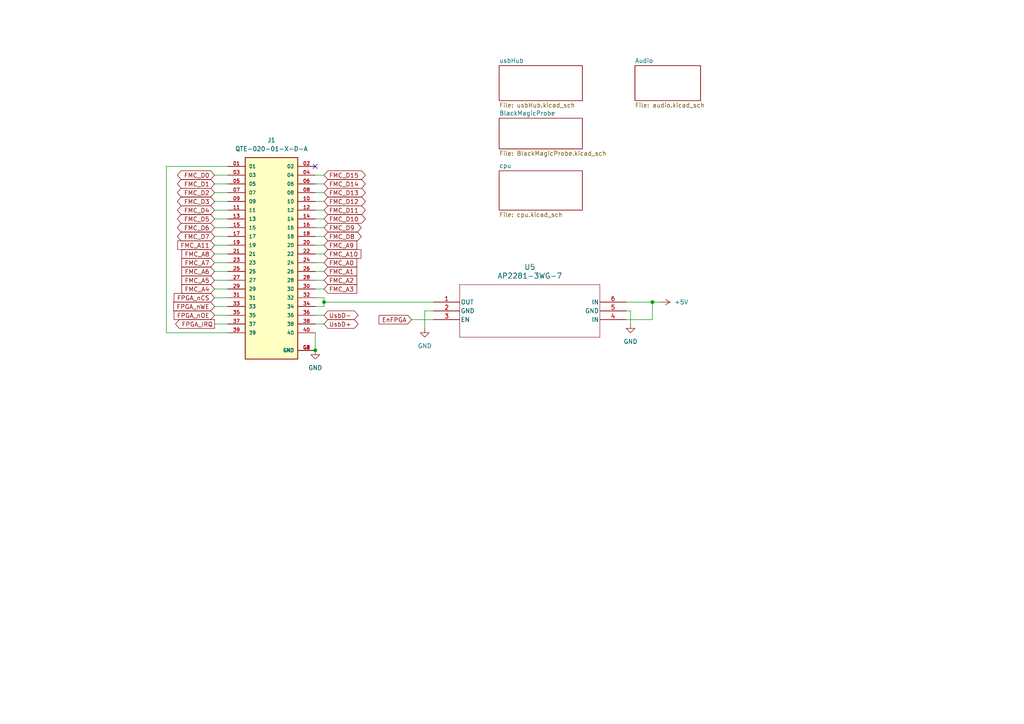
<source format=kicad_sch>
(kicad_sch (version 20230121) (generator eeschema)
  (paper "A4")
  (lib_symbols
    (symbol "cpuAddOn:AP2281-3WG-7" (pin_names (offset 0.254))
      (property "Reference" "U" (at 27.94 10.16 0))
      (property "Value" "AP2281-3WG-7" (at 27.94 7.62 0))
      (symbol "AP2281-3WG-7_0_1"
        (polyline (pts (xy 7.62 -10.16) (xy 48.26 -10.16)) (stroke (width 0.127)))
        (polyline (pts (xy 7.62 5.08) (xy 7.62 -10.16)) (stroke (width 0.127)))
        (polyline (pts (xy 48.26 -10.16) (xy 48.26 5.08)) (stroke (width 0.127)))
        (polyline (pts (xy 48.26 5.08) (xy 7.62 5.08)) (stroke (width 0.127)))
        (pin output line (at 0 0 0) (length 7.62) (name "OUT") (number "1"))
        (pin power_in line (at 0 -2.54 0) (length 7.62) (name "GND") (number "2"))
        (pin input line (at 0 -5.08 0) (length 7.62) (name "EN") (number "3"))
        (pin input line (at 55.88 -5.08 180) (length 7.62) (name "IN") (number "4"))
        (pin power_in line (at 55.88 -2.54 180) (length 7.62) (name "GND") (number "5"))
        (pin input line (at 55.88 0 180) (length 7.62) (name "IN") (number "6"))
      )
    )
    (symbol "cpuAddOn:QTE-020-01-X-D-A" (pin_names (offset 1.016))
      (property "Reference" "J" (at -7.62 28.702 0))
      (property "Value" "QTE-020-01-X-D-A" (at -7.62 -31.242 0))
      (symbol "QTE-020-01-X-D-A_0_0"
        (rectangle (start -7.62 -30.48) (end 7.62 27.94) (stroke (width 0.254)) (fill (type background)))
        (pin passive line (at -12.7 25.4 0) (length 5.08) (name "01") (number "01"))
        (pin passive line (at 12.7 25.4 180) (length 5.08) (name "02") (number "02"))
        (pin passive line (at -12.7 22.86 0) (length 5.08) (name "03") (number "03"))
        (pin passive line (at 12.7 22.86 180) (length 5.08) (name "04") (number "04"))
        (pin passive line (at -12.7 20.32 0) (length 5.08) (name "05") (number "05"))
        (pin passive line (at 12.7 20.32 180) (length 5.08) (name "06") (number "06"))
        (pin passive line (at -12.7 17.78 0) (length 5.08) (name "07") (number "07"))
        (pin passive line (at 12.7 17.78 180) (length 5.08) (name "08") (number "08"))
        (pin passive line (at -12.7 15.24 0) (length 5.08) (name "09") (number "09"))
        (pin passive line (at 12.7 15.24 180) (length 5.08) (name "10") (number "10"))
        (pin passive line (at -12.7 12.7 0) (length 5.08) (name "11") (number "11"))
        (pin passive line (at 12.7 12.7 180) (length 5.08) (name "12") (number "12"))
        (pin passive line (at -12.7 10.16 0) (length 5.08) (name "13") (number "13"))
        (pin passive line (at 12.7 10.16 180) (length 5.08) (name "14") (number "14"))
        (pin passive line (at -12.7 7.62 0) (length 5.08) (name "15") (number "15"))
        (pin passive line (at 12.7 7.62 180) (length 5.08) (name "16") (number "16"))
        (pin passive line (at -12.7 5.08 0) (length 5.08) (name "17") (number "17"))
        (pin passive line (at 12.7 5.08 180) (length 5.08) (name "18") (number "18"))
        (pin passive line (at -12.7 2.54 0) (length 5.08) (name "19") (number "19"))
        (pin passive line (at 12.7 2.54 180) (length 5.08) (name "20") (number "20"))
        (pin passive line (at -12.7 0 0) (length 5.08) (name "21") (number "21"))
        (pin passive line (at 12.7 0 180) (length 5.08) (name "22") (number "22"))
        (pin passive line (at -12.7 -2.54 0) (length 5.08) (name "23") (number "23"))
        (pin passive line (at 12.7 -2.54 180) (length 5.08) (name "24") (number "24"))
        (pin passive line (at -12.7 -5.08 0) (length 5.08) (name "25") (number "25"))
        (pin passive line (at 12.7 -5.08 180) (length 5.08) (name "26") (number "26"))
        (pin passive line (at -12.7 -7.62 0) (length 5.08) (name "27") (number "27"))
        (pin passive line (at 12.7 -7.62 180) (length 5.08) (name "28") (number "28"))
        (pin passive line (at -12.7 -10.16 0) (length 5.08) (name "29") (number "29"))
        (pin passive line (at 12.7 -10.16 180) (length 5.08) (name "30") (number "30"))
        (pin passive line (at -12.7 -12.7 0) (length 5.08) (name "31") (number "31"))
        (pin passive line (at 12.7 -12.7 180) (length 5.08) (name "32") (number "32"))
        (pin passive line (at -12.7 -15.24 0) (length 5.08) (name "33") (number "33"))
        (pin passive line (at 12.7 -15.24 180) (length 5.08) (name "34") (number "34"))
        (pin passive line (at -12.7 -17.78 0) (length 5.08) (name "35") (number "35"))
        (pin passive line (at 12.7 -17.78 180) (length 5.08) (name "36") (number "36"))
        (pin passive line (at -12.7 -20.32 0) (length 5.08) (name "37") (number "37"))
        (pin passive line (at 12.7 -20.32 180) (length 5.08) (name "38") (number "38"))
        (pin passive line (at -12.7 -22.86 0) (length 5.08) (name "39") (number "39"))
        (pin passive line (at 12.7 -22.86 180) (length 5.08) (name "40") (number "40"))
        (pin power_in line (at 12.7 -27.94 180) (length 5.08) (name "GND") (number "G1"))
        (pin power_in line (at 12.7 -27.94 180) (length 5.08) (name "GND") (number "G2"))
        (pin power_in line (at 12.7 -27.94 180) (length 5.08) (name "GND") (number "G3"))
        (pin power_in line (at 12.7 -27.94 180) (length 5.08) (name "GND") (number "G4"))
      )
    )
    (symbol "power:+5V" (power) (pin_names (offset 0))
      (property "Value" "+5V" (at 0 3.556 0))
      (symbol "+5V_0_1"
        (polyline (pts (xy -0.762 1.27) (xy 0 2.54)))
        (polyline (pts (xy 0 0) (xy 0 2.54)))
        (polyline (pts (xy 0 2.54) (xy 0.762 1.27)))
      )
      (symbol "+5V_1_1"
        (pin power_in line (at 0 0 90) (length 0) hide (name "+5V") (number "1"))
      )
    )
    (symbol "power:GND" (power) (pin_names (offset 0))
      (property "Value" "GND" (at 0 -3.81 0))
      (symbol "GND_0_1"
        (polyline (pts (xy 0 0) (xy 0 -1.27) (xy 1.27 -1.27) (xy 0 -2.54) (xy -1.27 -1.27) (xy 0 -1.27)))
      )
      (symbol "GND_1_1"
        (pin power_in line (at 0 0 270) (length 0) hide (name "GND") (number "1"))
      )
    )
  )
  (junction (at 93.98 87.63))
  (junction (at 91.44 101.6))
  (junction (at 189.23 87.63))
  (no_connect (at 91.44 48.26))
  (wire (pts (xy 62.23 88.9) (xy 66.04 88.9)))
  (wire (pts (xy 119.38 92.71) (xy 125.73 92.71)))
  (wire (pts (xy 189.23 92.71) (xy 189.23 87.63)))
  (wire (pts (xy 48.26 48.26) (xy 48.26 96.52)))
  (wire (pts (xy 62.23 81.28) (xy 66.04 81.28)))
  (wire (pts (xy 62.23 60.96) (xy 66.04 60.96)))
  (wire (pts (xy 91.44 76.2) (xy 93.98 76.2)))
  (wire (pts (xy 91.44 86.36) (xy 93.98 86.36)))
  (wire (pts (xy 181.61 90.17) (xy 182.88 90.17)))
  (wire (pts (xy 62.23 86.36) (xy 66.04 86.36)))
  (wire (pts (xy 66.04 48.26) (xy 48.26 48.26)))
  (wire (pts (xy 91.44 93.98) (xy 93.98 93.98)))
  (wire (pts (xy 91.44 63.5) (xy 93.98 63.5)))
  (wire (pts (xy 62.23 73.66) (xy 66.04 73.66)))
  (wire (pts (xy 62.23 50.8) (xy 66.04 50.8)))
  (wire (pts (xy 91.44 96.52) (xy 91.44 101.6)))
  (wire (pts (xy 62.23 71.12) (xy 66.04 71.12)))
  (wire (pts (xy 91.44 58.42) (xy 93.98 58.42)))
  (wire (pts (xy 62.23 93.98) (xy 66.04 93.98)))
  (wire (pts (xy 91.44 53.34) (xy 93.98 53.34)))
  (wire (pts (xy 182.88 90.17) (xy 182.88 93.98)))
  (wire (pts (xy 125.73 90.17) (xy 123.19 90.17)))
  (wire (pts (xy 91.44 55.88) (xy 93.98 55.88)))
  (wire (pts (xy 93.98 87.63) (xy 93.98 88.9)))
  (wire (pts (xy 62.23 91.44) (xy 66.04 91.44)))
  (wire (pts (xy 91.44 68.58) (xy 93.98 68.58)))
  (wire (pts (xy 91.44 73.66) (xy 93.98 73.66)))
  (wire (pts (xy 62.23 83.82) (xy 66.04 83.82)))
  (wire (pts (xy 62.23 78.74) (xy 66.04 78.74)))
  (wire (pts (xy 91.44 50.8) (xy 93.98 50.8)))
  (wire (pts (xy 91.44 78.74) (xy 93.98 78.74)))
  (wire (pts (xy 189.23 87.63) (xy 191.77 87.63)))
  (wire (pts (xy 62.23 58.42) (xy 66.04 58.42)))
  (wire (pts (xy 62.23 68.58) (xy 66.04 68.58)))
  (wire (pts (xy 91.44 88.9) (xy 93.98 88.9)))
  (wire (pts (xy 91.44 83.82) (xy 93.98 83.82)))
  (wire (pts (xy 91.44 60.96) (xy 93.98 60.96)))
  (wire (pts (xy 93.98 86.36) (xy 93.98 87.63)))
  (wire (pts (xy 62.23 53.34) (xy 66.04 53.34)))
  (wire (pts (xy 91.44 66.04) (xy 93.98 66.04)))
  (wire (pts (xy 181.61 87.63) (xy 189.23 87.63)))
  (wire (pts (xy 62.23 66.04) (xy 66.04 66.04)))
  (wire (pts (xy 62.23 76.2) (xy 66.04 76.2)))
  (wire (pts (xy 62.23 55.88) (xy 66.04 55.88)))
  (wire (pts (xy 62.23 63.5) (xy 66.04 63.5)))
  (wire (pts (xy 91.44 71.12) (xy 93.98 71.12)))
  (wire (pts (xy 123.19 90.17) (xy 123.19 95.25)))
  (wire (pts (xy 91.44 81.28) (xy 93.98 81.28)))
  (wire (pts (xy 48.26 96.52) (xy 66.04 96.52)))
  (wire (pts (xy 181.61 92.71) (xy 189.23 92.71)))
  (wire (pts (xy 93.98 87.63) (xy 125.73 87.63)))
  (wire (pts (xy 91.44 91.44) (xy 93.98 91.44)))
  (global_label "FMC_D8" (shape bidirectional) (at 93.98 68.58 0) (property "Intersheetrefs" "${INTERSHEET_REFS}" (effects hide)))
  (global_label "FPGA_nWE" (shape input) (at 62.23 88.9 180) (property "Intersheetrefs" "${INTERSHEET_REFS}" (effects hide)))
  (global_label "FMC_A4" (shape input) (at 62.23 83.82 180) (property "Intersheetrefs" "${INTERSHEET_REFS}" (effects hide)))
  (global_label "FMC_A11" (shape input) (at 62.23 71.12 180) (property "Intersheetrefs" "${INTERSHEET_REFS}" (effects hide)))
  (global_label "FMC_D5" (shape bidirectional) (at 62.23 63.5 180) (property "Intersheetrefs" "${INTERSHEET_REFS}" (effects hide)))
  (global_label "FMC_A5" (shape input) (at 62.23 81.28 180) (property "Intersheetrefs" "${INTERSHEET_REFS}" (effects hide)))
  (global_label "FMC_A9" (shape input) (at 93.98 71.12 0) (property "Intersheetrefs" "${INTERSHEET_REFS}" (effects hide)))
  (global_label "FMC_D2" (shape bidirectional) (at 62.23 55.88 180) (property "Intersheetrefs" "${INTERSHEET_REFS}" (effects hide)))
  (global_label "FMC_D4" (shape bidirectional) (at 62.23 60.96 180) (property "Intersheetrefs" "${INTERSHEET_REFS}" (effects hide)))
  (global_label "FMC_D12" (shape bidirectional) (at 93.98 58.42 0) (property "Intersheetrefs" "${INTERSHEET_REFS}" (effects hide)))
  (global_label "FMC_A1" (shape input) (at 93.98 78.74 0) (property "Intersheetrefs" "${INTERSHEET_REFS}" (effects hide)))
  (global_label "FMC_D0" (shape bidirectional) (at 62.23 50.8 180) (property "Intersheetrefs" "${INTERSHEET_REFS}" (effects hide)))
  (global_label "UsbD+" (shape bidirectional) (at 93.98 93.98 0) (property "Intersheetrefs" "${INTERSHEET_REFS}" (effects hide)))
  (global_label "FMC_D13" (shape bidirectional) (at 93.98 55.88 0) (property "Intersheetrefs" "${INTERSHEET_REFS}" (effects hide)))
  (global_label "FMC_D9" (shape bidirectional) (at 93.98 66.04 0) (property "Intersheetrefs" "${INTERSHEET_REFS}" (effects hide)))
  (global_label "UsbD-" (shape bidirectional) (at 93.98 91.44 0) (property "Intersheetrefs" "${INTERSHEET_REFS}" (effects hide)))
  (global_label "FMC_A2" (shape input) (at 93.98 81.28 0) (property "Intersheetrefs" "${INTERSHEET_REFS}" (effects hide)))
  (global_label "FMC_D10" (shape bidirectional) (at 93.98 63.5 0) (property "Intersheetrefs" "${INTERSHEET_REFS}" (effects hide)))
  (global_label "FPGA_nOE" (shape input) (at 62.23 91.44 180) (property "Intersheetrefs" "${INTERSHEET_REFS}" (effects hide)))
  (global_label "FMC_D3" (shape bidirectional) (at 62.23 58.42 180) (property "Intersheetrefs" "${INTERSHEET_REFS}" (effects hide)))
  (global_label "FMC_A10" (shape input) (at 93.98 73.66 0) (property "Intersheetrefs" "${INTERSHEET_REFS}" (effects hide)))
  (global_label "FMC_A7" (shape input) (at 62.23 76.2 180) (property "Intersheetrefs" "${INTERSHEET_REFS}" (effects hide)))
  (global_label "FMC_D14" (shape bidirectional) (at 93.98 53.34 0) (property "Intersheetrefs" "${INTERSHEET_REFS}" (effects hide)))
  (global_label "FMC_A6" (shape input) (at 62.23 78.74 180) (property "Intersheetrefs" "${INTERSHEET_REFS}" (effects hide)))
  (global_label "FMC_D6" (shape bidirectional) (at 62.23 66.04 180) (property "Intersheetrefs" "${INTERSHEET_REFS}" (effects hide)))
  (global_label "FMC_A3" (shape input) (at 93.98 83.82 0) (property "Intersheetrefs" "${INTERSHEET_REFS}" (effects hide)))
  (global_label "FMC_D1" (shape bidirectional) (at 62.23 53.34 180) (property "Intersheetrefs" "${INTERSHEET_REFS}" (effects hide)))
  (global_label "FMC_D11" (shape bidirectional) (at 93.98 60.96 0) (property "Intersheetrefs" "${INTERSHEET_REFS}" (effects hide)))
  (global_label "FMC_A8" (shape input) (at 62.23 73.66 180) (property "Intersheetrefs" "${INTERSHEET_REFS}" (effects hide)))
  (global_label "EnFPGA" (shape input) (at 119.38 92.71 180) (property "Intersheetrefs" "${INTERSHEET_REFS}" (effects hide)))
  (global_label "FMC_D15" (shape bidirectional) (at 93.98 50.8 0) (property "Intersheetrefs" "${INTERSHEET_REFS}" (effects hide)))
  (global_label "FMC_D7" (shape bidirectional) (at 62.23 68.58 180) (property "Intersheetrefs" "${INTERSHEET_REFS}" (effects hide)))
  (global_label "FPGA_nCS" (shape input) (at 62.23 86.36 180) (property "Intersheetrefs" "${INTERSHEET_REFS}" (effects hide)))
  (global_label "FMC_A0" (shape input) (at 93.98 76.2 0) (property "Intersheetrefs" "${INTERSHEET_REFS}" (effects hide)))
  (global_label "FPGA_IRQ" (shape output) (at 62.23 93.98 180) (property "Intersheetrefs" "${INTERSHEET_REFS}" (effects hide)))
  (symbol (lib_id "power:GND") (at 123.19 95.25 0) (unit 1)
    (property "Reference" "#PWR041" (effects hide))
    (property "Value" "GND" (at 123.19 100.33 0))
  )
  (symbol (lib_id "cpuAddOn:QTE-020-01-X-D-A") (at 78.74 73.66 0) (unit 1)
    (property "Reference" "J1" (at 78.74 40.64 0))
    (property "Value" "QTE-020-01-X-D-A" (at 78.74 43.18 0))
    (property "Footprint" "cpuAddOn:SAMTEC_QTE-020-01-X-D-A" (effects hide))
    (property "PARTREV" "K" (effects hide))
    (property "MANUFACTURER" "Samtec" (effects hide))
    (property "MAXIMUM_PACKAGE_HEIGHT" "4.347 mm" (effects hide))
    (property "STANDARD" "Manufacturer Recommendations" (effects hide))
  )
  (symbol (lib_id "power:+5V") (at 191.77 87.63 270) (unit 1)
    (property "Reference" "#PWR040" (effects hide))
    (property "Value" "+5V" (at 195.58 87.63 90) (effects (justify left)))
  )
  (symbol (lib_id "power:GND") (at 182.88 93.98 0) (unit 1)
    (property "Reference" "#PWR042" (effects hide))
    (property "Value" "GND" (at 182.88 99.06 0))
  )
  (symbol (lib_id "cpuAddOn:AP2281-3WG-7") (at 125.73 87.63 0) (unit 1)
    (property "Reference" "U5" (at 153.67 77.47 0) (effects (font (size 1.524 1.524))))
    (property "Value" "AP2281-3WG-7" (at 153.67 80.01 0) (effects (font (size 1.524 1.524))))
    (property "Footprint" "cpuAddOn:SOT26_DIO" (effects hide))
    (property "Datasheet" "AP2281-3WG-7" (effects hide))
  )
  (symbol (lib_id "power:GND") (at 91.44 101.6 0) (unit 1)
    (property "Reference" "#PWR01" (effects hide))
    (property "Value" "GND" (at 91.44 106.68 0))
  )
  (sheet (at 184.15 19.05) (size 19.05 10.16) (stroke (width 0.1524))
    (property "Sheetname" "Audio" (at 184.15 18.3384 0) (effects (justify left bottom)))
    (property "Sheetfile" "audio.kicad_sch" (at 184.15 29.7946 0) (effects (justify left top)))
  )
  (sheet (at 144.78 49.53) (size 24.13 11.43) (stroke (width 0.1524))
    (property "Sheetname" "cpu" (at 144.78 48.8184 0) (effects (justify left bottom)))
    (property "Sheetfile" "cpu.kicad_sch" (at 144.78 61.5446 0) (effects (justify left top)))
  )
  (sheet (at 144.78 34.29) (size 24.13 8.89) (stroke (width 0.1524))
    (property "Sheetname" "BlackMagicProbe" (at 144.78 33.5784 0) (effects (justify left bottom)))
    (property "Sheetfile" "BlackMagicProbe.kicad_sch" (at 144.78 43.7646 0) (effects (justify left top)))
  )
  (sheet (at 144.78 19.05) (size 24.13 10.16) (stroke (width 0.1524))
    (property "Sheetname" "usbHub" (at 144.78 18.3384 0) (effects (justify left bottom)))
    (property "Sheetfile" "usbHub.kicad_sch" (at 144.78 29.7946 0) (effects (justify left top)))
  )
)
</source>
